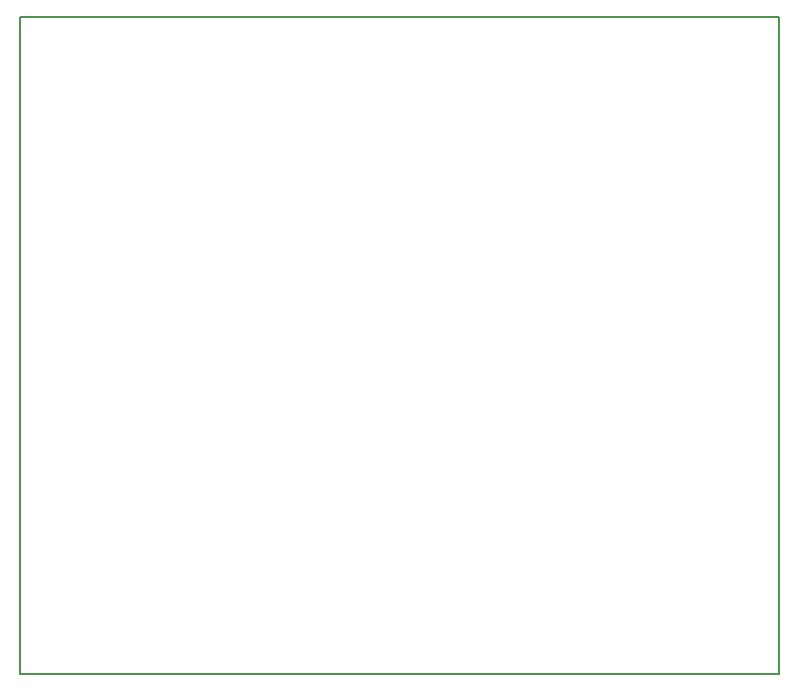
<source format=gm1>
G04 MADE WITH FRITZING*
G04 WWW.FRITZING.ORG*
G04 DOUBLE SIDED*
G04 HOLES PLATED*
G04 CONTOUR ON CENTER OF CONTOUR VECTOR*
%ASAXBY*%
%FSLAX23Y23*%
%MOIN*%
%OFA0B0*%
%SFA1.0B1.0*%
%ADD10R,2.537680X2.197940*%
%ADD11C,0.008000*%
%ADD10C,0.008*%
%LNCONTOUR*%
G90*
G70*
G54D10*
G54D11*
X4Y2194D02*
X2534Y2194D01*
X2534Y4D01*
X4Y4D01*
X4Y2194D01*
D02*
G04 End of contour*
M02*
</source>
